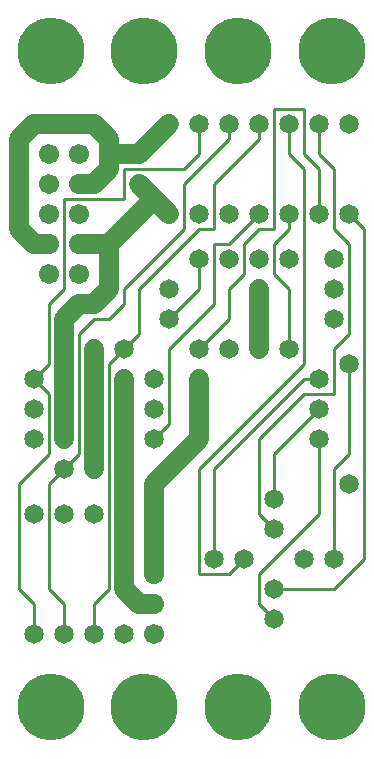
<source format=gtl>
%MOIN*%
%FSLAX25Y25*%
G04 D10 used for Character Trace; *
G04     Circle (OD=.01000) (No hole)*
G04 D11 used for Power Trace; *
G04     Circle (OD=.06500) (No hole)*
G04 D12 used for Signal Trace; *
G04     Circle (OD=.01100) (No hole)*
G04 D13 used for Via; *
G04     Circle (OD=.05800) (Round. Hole ID=.02800)*
G04 D14 used for Component hole; *
G04     Circle (OD=.06500) (Round. Hole ID=.03500)*
G04 D15 used for Component hole; *
G04     Circle (OD=.06700) (Round. Hole ID=.04300)*
G04 D16 used for Component hole; *
G04     Circle (OD=.08100) (Round. Hole ID=.05100)*
G04 D17 used for Component hole; *
G04     Circle (OD=.08900) (Round. Hole ID=.05900)*
G04 D18 used for Component hole; *
G04     Circle (OD=.11300) (Round. Hole ID=.08300)*
G04 D19 used for Component hole; *
G04     Circle (OD=.16000) (Round. Hole ID=.13000)*
G04 D20 used for Component hole; *
G04     Circle (OD=.18300) (Round. Hole ID=.15300)*
G04 D21 used for Component hole; *
G04     Circle (OD=.22291) (Round. Hole ID=.19291)*
%ADD10C,.01000*%
%ADD11C,.06500*%
%ADD12C,.01100*%
%ADD13C,.05800*%
%ADD14C,.06500*%
%ADD15C,.06700*%
%ADD16C,.08100*%
%ADD17C,.08900*%
%ADD18C,.11300*%
%ADD19C,.16000*%
%ADD20C,.18300*%
%ADD21C,.22291*%
%IPPOS*%
%LPD*%
G90*X0Y0D02*D21*X15625Y15625D03*D14*              
X40000Y40000D03*X30000D03*D12*Y50000D01*          
X35000Y55000D01*Y130000D01*X40000Y135000D01*D14*  
D03*D12*X45000Y140000D01*Y155000D01*              
X65000Y175000D01*X70000D01*Y190000D01*            
X85000Y205000D01*Y210000D01*D14*D03*D12*          
X90000Y175000D02*Y215000D01*X85000Y175000D02*     
X90000D01*X80000Y170000D02*X85000Y175000D01*      
X80000Y160000D02*Y170000D01*X75000Y155000D02*     
X80000Y160000D01*X75000Y145000D02*Y155000D01*     
X65000Y135000D02*X75000Y145000D01*D14*            
X65000Y135000D03*X55000Y145000D03*D12*            
X65000Y155000D01*Y165000D01*D14*D03*D12*          
X70000Y150000D02*Y170000D01*X55000Y135000D02*     
X70000Y150000D01*X55000Y110000D02*Y135000D01*     
X50000Y105000D02*X55000Y110000D01*D14*            
X50000Y105000D03*X40000Y95000D03*D11*Y80000D01*   
D14*D03*D11*Y55000D01*X45000Y50000D01*X50000D01*  
D15*D03*Y60000D03*D11*Y90000D01*X65000Y105000D01* 
D14*D03*D11*Y115000D01*D14*D03*D11*Y125000D01*D14*
D03*X75000Y135000D03*X50000Y125000D03*Y115000D03* 
D12*X85000Y80000D02*Y105000D01*X90000Y75000D02*   
X85000Y80000D01*D14*X90000Y75000D03*              
X100000Y65000D03*X80000D03*D12*X75000Y60000D01*   
X65000D01*Y95000D01*X100000Y130000D01*Y195000D01* 
X95000Y200000D01*Y210000D01*D14*D03*D12*          
X100000Y200000D02*Y215000D01*X105000Y195000D02*   
X100000Y200000D01*X105000Y180000D02*Y195000D01*   
D14*Y180000D03*D12*X115000Y170000D02*             
X110000Y175000D01*X115000Y140000D02*Y170000D01*   
X110000Y135000D02*X115000Y140000D01*              
X110000Y120000D02*Y135000D01*X100000Y120000D02*   
X110000D01*X85000Y105000D02*X100000Y120000D01*    
X90000Y85000D02*Y100000D01*D14*Y85000D03*D12*     
X85000Y60000D02*X105000Y80000D01*X85000Y50000D02* 
Y60000D01*X90000Y45000D02*X85000Y50000D01*D14*    
X90000Y45000D03*Y55000D03*D12*X110000D01*         
X120000Y65000D01*Y175000D01*X115000Y180000D01*D14*
D03*D12*X110000Y175000D02*Y195000D01*             
X105000Y200000D01*Y210000D01*D14*D03*D12*         
X90000Y215000D02*X100000D01*D14*X75000Y210000D03* 
D12*Y205000D01*X60000Y190000D01*Y175000D01*       
X40000Y155000D01*Y150000D01*X35000Y145000D01*     
X30000D01*X25000Y140000D01*Y100000D01*            
X20000Y95000D01*D14*D03*D12*X15000Y90000D01*      
Y55000D01*X20000Y50000D01*Y40000D01*D14*D03*D12*  
X10000D02*Y50000D01*D14*Y40000D03*D12*Y50000D02*  
X5000Y55000D01*Y90000D01*X15000Y100000D01*        
Y120000D01*X10000Y125000D01*D14*D03*D12*          
X15000Y130000D01*Y150000D01*X20000Y155000D01*     
Y185000D01*X40000D01*Y195000D01*X60000D01*        
X65000Y200000D01*Y210000D01*D14*D03*X55000D03*D11*
X45000Y200000D01*D14*D03*D11*X35000D01*Y195000D01*
X30000Y190000D01*X25000D01*D15*D03*D11*           
X35000Y200000D02*Y205000D01*X30000Y210000D01*     
X10000D01*X5000Y205000D01*Y175000D01*             
X10000Y170000D01*X15000D01*D15*D03*               
X25000Y160000D03*Y180000D03*Y170000D03*D11*       
X35000D01*Y155000D01*X30000Y150000D01*X25000D01*  
X20000Y145000D01*Y135000D01*D14*D03*D11*          
Y125000D01*D13*D03*D11*Y105000D01*D13*D03*D14*    
X30000Y95000D03*D11*Y115000D01*D13*D03*D11*       
Y135000D01*D14*D03*D13*X40000Y125000D03*D11*      
Y105000D01*D13*D03*D11*Y95000D01*D14*             
X30000Y80000D03*X20000D03*X70000Y65000D03*D12*    
Y95000D01*X100000Y125000D01*X105000D01*D14*D03*   
X95000Y135000D03*D12*Y155000D01*X90000Y160000D01* 
Y170000D01*X95000Y175000D01*Y180000D01*D14*D03*   
X85000D03*D12*X75000Y170000D01*X70000D01*D14*     
X75000Y165000D03*Y180000D03*X65000D03*D13*        
X85000Y155000D03*D11*Y135000D01*D14*D03*          
X105000Y115000D03*D12*X90000Y100000D01*D14*       
X105000Y105000D03*D12*Y80000D01*D14*              
X115000Y90000D03*D12*X110000Y65000D02*Y95000D01*  
D14*Y65000D03*D12*Y95000D02*X115000Y100000D01*    
Y130000D01*D14*D03*X110000Y145000D03*Y155000D03*  
Y165000D03*X95000D03*X85000D03*X55000Y180000D03*  
D11*X50000Y185000D01*X35000Y170000D01*            
X50000Y185000D02*X45000Y190000D01*D14*D03*D15*    
X25000Y200000D03*X15000Y160000D03*Y200000D03*     
Y190000D03*Y180000D03*D14*X55000Y155000D03*D21*   
X78125Y234375D03*X46875D03*X15625D03*X109375D03*  
D14*X115000Y210000D03*X10000Y115000D03*Y105000D03*
Y80000D03*D15*X50000Y40000D03*D21*X46875Y15625D03*
X78125D03*X109375D03*M02*                         

</source>
